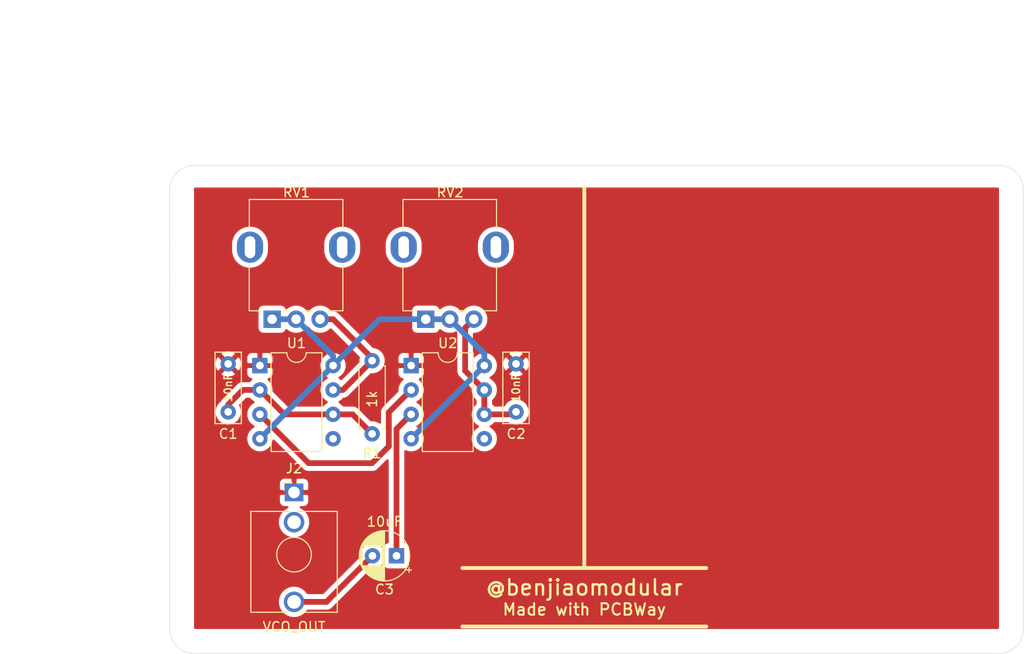
<source format=kicad_pcb>
(kicad_pcb (version 20171130) (host pcbnew 5.1.9+dfsg1-1~bpo10+1)

  (general
    (thickness 1.6)
    (drawings 15)
    (tracks 38)
    (zones 0)
    (modules 9)
    (nets 9)
  )

  (page A4)
  (layers
    (0 F.Cu signal)
    (31 B.Cu signal)
    (32 B.Adhes user)
    (33 F.Adhes user)
    (34 B.Paste user)
    (35 F.Paste user)
    (36 B.SilkS user)
    (37 F.SilkS user)
    (38 B.Mask user)
    (39 F.Mask user)
    (40 Dwgs.User user)
    (41 Cmts.User user)
    (42 Eco1.User user)
    (43 Eco2.User user)
    (44 Edge.Cuts user)
    (45 Margin user)
    (46 B.CrtYd user)
    (47 F.CrtYd user)
    (48 B.Fab user)
    (49 F.Fab user)
  )

  (setup
    (last_trace_width 0.6)
    (user_trace_width 0.4)
    (user_trace_width 0.6)
    (user_trace_width 1)
    (trace_clearance 0.2)
    (zone_clearance 0.508)
    (zone_45_only no)
    (trace_min 0.2)
    (via_size 0.8)
    (via_drill 0.4)
    (via_min_size 0.4)
    (via_min_drill 0.3)
    (uvia_size 0.3)
    (uvia_drill 0.1)
    (uvias_allowed no)
    (uvia_min_size 0.2)
    (uvia_min_drill 0.1)
    (edge_width 0.05)
    (segment_width 0.2)
    (pcb_text_width 0.3)
    (pcb_text_size 1.5 1.5)
    (mod_edge_width 0.12)
    (mod_text_size 1 1)
    (mod_text_width 0.15)
    (pad_size 1.524 1.524)
    (pad_drill 0.762)
    (pad_to_mask_clearance 0)
    (aux_axis_origin 0 0)
    (visible_elements FFFFFF7F)
    (pcbplotparams
      (layerselection 0x010fc_ffffffff)
      (usegerberextensions false)
      (usegerberattributes true)
      (usegerberadvancedattributes true)
      (creategerberjobfile true)
      (excludeedgelayer true)
      (linewidth 0.100000)
      (plotframeref false)
      (viasonmask false)
      (mode 1)
      (useauxorigin false)
      (hpglpennumber 1)
      (hpglpenspeed 20)
      (hpglpendiameter 15.000000)
      (psnegative false)
      (psa4output false)
      (plotreference true)
      (plotvalue true)
      (plotinvisibletext false)
      (padsonsilk false)
      (subtractmaskfromsilk false)
      (outputformat 1)
      (mirror false)
      (drillshape 1)
      (scaleselection 1)
      (outputdirectory ""))
  )

  (net 0 "")
  (net 1 GND)
  (net 2 "Net-(C1-Pad1)")
  (net 3 "Net-(C2-Pad1)")
  (net 4 "Net-(C3-Pad2)")
  (net 5 "Net-(C3-Pad1)")
  (net 6 "Net-(R1-Pad1)")
  (net 7 +9V)
  (net 8 "Net-(U1-Pad3)")

  (net_class Default "This is the default net class."
    (clearance 0.2)
    (trace_width 0.25)
    (via_dia 0.8)
    (via_drill 0.4)
    (uvia_dia 0.3)
    (uvia_drill 0.1)
    (add_net +9V)
    (add_net GND)
    (add_net "Net-(C1-Pad1)")
    (add_net "Net-(C2-Pad1)")
    (add_net "Net-(C3-Pad1)")
    (add_net "Net-(C3-Pad2)")
    (add_net "Net-(R1-Pad1)")
    (add_net "Net-(U1-Pad3)")
  )

  (module Package_DIP:DIP-8_W7.62mm (layer F.Cu) (tedit 5A02E8C5) (tstamp 62AFD6E5)
    (at 110.998 97.028)
    (descr "8-lead though-hole mounted DIP package, row spacing 7.62 mm (300 mils)")
    (tags "THT DIP DIL PDIP 2.54mm 7.62mm 300mil")
    (path /62B5CBA2)
    (fp_text reference U1 (at 3.81 -2.33) (layer F.SilkS)
      (effects (font (size 1 1) (thickness 0.15)))
    )
    (fp_text value NE555P (at 3.81 9.95) (layer F.Fab)
      (effects (font (size 1 1) (thickness 0.15)))
    )
    (fp_line (start 8.7 -1.55) (end -1.1 -1.55) (layer F.CrtYd) (width 0.05))
    (fp_line (start 8.7 9.15) (end 8.7 -1.55) (layer F.CrtYd) (width 0.05))
    (fp_line (start -1.1 9.15) (end 8.7 9.15) (layer F.CrtYd) (width 0.05))
    (fp_line (start -1.1 -1.55) (end -1.1 9.15) (layer F.CrtYd) (width 0.05))
    (fp_line (start 6.46 -1.33) (end 4.81 -1.33) (layer F.SilkS) (width 0.12))
    (fp_line (start 6.46 8.95) (end 6.46 -1.33) (layer F.SilkS) (width 0.12))
    (fp_line (start 1.16 8.95) (end 6.46 8.95) (layer F.SilkS) (width 0.12))
    (fp_line (start 1.16 -1.33) (end 1.16 8.95) (layer F.SilkS) (width 0.12))
    (fp_line (start 2.81 -1.33) (end 1.16 -1.33) (layer F.SilkS) (width 0.12))
    (fp_line (start 0.635 -0.27) (end 1.635 -1.27) (layer F.Fab) (width 0.1))
    (fp_line (start 0.635 8.89) (end 0.635 -0.27) (layer F.Fab) (width 0.1))
    (fp_line (start 6.985 8.89) (end 0.635 8.89) (layer F.Fab) (width 0.1))
    (fp_line (start 6.985 -1.27) (end 6.985 8.89) (layer F.Fab) (width 0.1))
    (fp_line (start 1.635 -1.27) (end 6.985 -1.27) (layer F.Fab) (width 0.1))
    (fp_arc (start 3.81 -1.33) (end 2.81 -1.33) (angle -180) (layer F.SilkS) (width 0.12))
    (fp_text user %R (at 3.81 3.81) (layer F.Fab)
      (effects (font (size 1 1) (thickness 0.15)))
    )
    (pad 1 thru_hole rect (at 0 0) (size 1.6 1.6) (drill 0.8) (layers *.Cu *.Mask)
      (net 1 GND))
    (pad 5 thru_hole oval (at 7.62 7.62) (size 1.6 1.6) (drill 0.8) (layers *.Cu *.Mask))
    (pad 2 thru_hole oval (at 0 2.54) (size 1.6 1.6) (drill 0.8) (layers *.Cu *.Mask)
      (net 2 "Net-(C1-Pad1)"))
    (pad 6 thru_hole oval (at 7.62 5.08) (size 1.6 1.6) (drill 0.8) (layers *.Cu *.Mask)
      (net 2 "Net-(C1-Pad1)"))
    (pad 3 thru_hole oval (at 0 5.08) (size 1.6 1.6) (drill 0.8) (layers *.Cu *.Mask)
      (net 8 "Net-(U1-Pad3)"))
    (pad 7 thru_hole oval (at 7.62 2.54) (size 1.6 1.6) (drill 0.8) (layers *.Cu *.Mask)
      (net 6 "Net-(R1-Pad1)"))
    (pad 4 thru_hole oval (at 0 7.62) (size 1.6 1.6) (drill 0.8) (layers *.Cu *.Mask)
      (net 7 +9V))
    (pad 8 thru_hole oval (at 7.62 0) (size 1.6 1.6) (drill 0.8) (layers *.Cu *.Mask)
      (net 7 +9V))
    (model ${KISYS3DMOD}/Package_DIP.3dshapes/DIP-8_W7.62mm.wrl
      (at (xyz 0 0 0))
      (scale (xyz 1 1 1))
      (rotate (xyz 0 0 0))
    )
  )

  (module benjiaomodular:Capacitor_Rect_L7.2mm_W2.5mm_P5.00mm (layer F.Cu) (tedit 61FE1901) (tstamp 62AFE82D)
    (at 107.696 101.854 90)
    (path /62B04357)
    (fp_text reference C1 (at -2.286 0 180) (layer F.SilkS)
      (effects (font (size 1 1) (thickness 0.15)))
    )
    (fp_text value 10nF (at 2.5 0 90) (layer F.SilkS)
      (effects (font (size 0.8 0.8) (thickness 0.15)))
    )
    (fp_line (start -1.1 1.25) (end 6.1 1.25) (layer F.Fab) (width 0.1))
    (fp_line (start -1.22 -1.37) (end -1.22 1.37) (layer F.SilkS) (width 0.12))
    (fp_line (start -1.22 1.37) (end 6.22 1.37) (layer F.SilkS) (width 0.12))
    (fp_line (start -1.22 -1.37) (end 6.22 -1.37) (layer F.SilkS) (width 0.12))
    (fp_line (start -1.1 -1.25) (end -1.1 1.25) (layer F.Fab) (width 0.1))
    (fp_line (start 6.1 1.25) (end 6.1 -1.25) (layer F.Fab) (width 0.1))
    (fp_line (start 6.1 -1.25) (end -1.1 -1.25) (layer F.Fab) (width 0.1))
    (fp_line (start -1.35 1.5) (end 6.35 1.5) (layer F.CrtYd) (width 0.05))
    (fp_line (start 6.35 1.5) (end 6.35 -1.5) (layer F.CrtYd) (width 0.05))
    (fp_line (start 6.35 -1.5) (end -1.35 -1.5) (layer F.CrtYd) (width 0.05))
    (fp_line (start 6.22 -1.37) (end 6.22 1.37) (layer F.SilkS) (width 0.12))
    (fp_line (start -1.35 -1.5) (end -1.35 1.5) (layer F.CrtYd) (width 0.05))
    (pad 2 thru_hole circle (at 5 0 90) (size 1.6 1.6) (drill 0.8) (layers *.Cu *.Mask)
      (net 1 GND))
    (pad 1 thru_hole circle (at 0 0 90) (size 1.6 1.6) (drill 0.8) (layers *.Cu *.Mask)
      (net 2 "Net-(C1-Pad1)"))
  )

  (module benjiaomodular:Capacitor_Rect_L7.2mm_W2.5mm_P5.00mm (layer F.Cu) (tedit 61FE1901) (tstamp 62AFE7FA)
    (at 137.668 101.854 90)
    (path /62B22621)
    (fp_text reference C2 (at -2.286 0 180) (layer F.SilkS)
      (effects (font (size 1 1) (thickness 0.15)))
    )
    (fp_text value 10nF (at 2.5 0 90) (layer F.SilkS)
      (effects (font (size 0.8 0.8) (thickness 0.15)))
    )
    (fp_line (start -1.35 -1.5) (end -1.35 1.5) (layer F.CrtYd) (width 0.05))
    (fp_line (start 6.22 -1.37) (end 6.22 1.37) (layer F.SilkS) (width 0.12))
    (fp_line (start 6.35 -1.5) (end -1.35 -1.5) (layer F.CrtYd) (width 0.05))
    (fp_line (start 6.35 1.5) (end 6.35 -1.5) (layer F.CrtYd) (width 0.05))
    (fp_line (start -1.35 1.5) (end 6.35 1.5) (layer F.CrtYd) (width 0.05))
    (fp_line (start 6.1 -1.25) (end -1.1 -1.25) (layer F.Fab) (width 0.1))
    (fp_line (start 6.1 1.25) (end 6.1 -1.25) (layer F.Fab) (width 0.1))
    (fp_line (start -1.1 -1.25) (end -1.1 1.25) (layer F.Fab) (width 0.1))
    (fp_line (start -1.22 -1.37) (end 6.22 -1.37) (layer F.SilkS) (width 0.12))
    (fp_line (start -1.22 1.37) (end 6.22 1.37) (layer F.SilkS) (width 0.12))
    (fp_line (start -1.22 -1.37) (end -1.22 1.37) (layer F.SilkS) (width 0.12))
    (fp_line (start -1.1 1.25) (end 6.1 1.25) (layer F.Fab) (width 0.1))
    (pad 1 thru_hole circle (at 0 0 90) (size 1.6 1.6) (drill 0.8) (layers *.Cu *.Mask)
      (net 3 "Net-(C2-Pad1)"))
    (pad 2 thru_hole circle (at 5 0 90) (size 1.6 1.6) (drill 0.8) (layers *.Cu *.Mask)
      (net 1 GND))
  )

  (module benjiaomodular:Capacitor_Radial_D5.0mm_P2.5mm (layer F.Cu) (tedit 61FE1D03) (tstamp 62AFCE00)
    (at 125.222 116.84 180)
    (path /62B2A030)
    (fp_text reference C3 (at 1.25 -3.5) (layer F.SilkS)
      (effects (font (size 1 1) (thickness 0.15)))
    )
    (fp_text value 10uF (at 1.25 3.556) (layer F.SilkS)
      (effects (font (size 1 1) (thickness 0.15)))
    )
    (fp_line (start 3.411 1.04) (end 3.411 1.443) (layer F.SilkS) (width 0.12))
    (fp_line (start 3.451 1.04) (end 3.451 1.383) (layer F.SilkS) (width 0.12))
    (fp_line (start 3.491 1.04) (end 3.491 1.319) (layer F.SilkS) (width 0.12))
    (fp_line (start 3.411 -1.443) (end 3.411 -1.04) (layer F.SilkS) (width 0.12))
    (fp_circle (center 1.25 0) (end 3.75 0) (layer F.Fab) (width 0.1))
    (fp_line (start 2.291 1.04) (end 2.291 2.365) (layer F.SilkS) (width 0.12))
    (fp_line (start 2.331 -2.348) (end 2.331 -1.04) (layer F.SilkS) (width 0.12))
    (fp_line (start 2.331 1.04) (end 2.331 2.348) (layer F.SilkS) (width 0.12))
    (fp_line (start 2.371 -2.329) (end 2.371 -1.04) (layer F.SilkS) (width 0.12))
    (fp_line (start 2.371 1.04) (end 2.371 2.329) (layer F.SilkS) (width 0.12))
    (fp_line (start 2.411 -2.31) (end 2.411 -1.04) (layer F.SilkS) (width 0.12))
    (fp_line (start 2.411 1.04) (end 2.411 2.31) (layer F.SilkS) (width 0.12))
    (fp_line (start 3.211 -1.699) (end 3.211 -1.04) (layer F.SilkS) (width 0.12))
    (fp_line (start 3.211 1.04) (end 3.211 1.699) (layer F.SilkS) (width 0.12))
    (fp_line (start 3.251 -1.653) (end 3.251 -1.04) (layer F.SilkS) (width 0.12))
    (fp_line (start 3.251 1.04) (end 3.251 1.653) (layer F.SilkS) (width 0.12))
    (fp_line (start 2.451 -2.29) (end 2.451 -1.04) (layer F.SilkS) (width 0.12))
    (fp_line (start 2.451 1.04) (end 2.451 2.29) (layer F.SilkS) (width 0.12))
    (fp_line (start 2.491 -2.268) (end 2.491 -1.04) (layer F.SilkS) (width 0.12))
    (fp_line (start 2.491 1.04) (end 2.491 2.268) (layer F.SilkS) (width 0.12))
    (fp_line (start 2.531 -2.247) (end 2.531 -1.04) (layer F.SilkS) (width 0.12))
    (fp_line (start 2.531 1.04) (end 2.531 2.247) (layer F.SilkS) (width 0.12))
    (fp_line (start 2.571 -2.224) (end 2.571 -1.04) (layer F.SilkS) (width 0.12))
    (fp_line (start 1.41 -2.576) (end 1.41 2.576) (layer F.SilkS) (width 0.12))
    (fp_line (start 1.45 -2.573) (end 1.45 2.573) (layer F.SilkS) (width 0.12))
    (fp_line (start 1.49 -2.569) (end 1.49 -1.04) (layer F.SilkS) (width 0.12))
    (fp_line (start 1.49 1.04) (end 1.49 2.569) (layer F.SilkS) (width 0.12))
    (fp_line (start 1.53 -2.565) (end 1.53 -1.04) (layer F.SilkS) (width 0.12))
    (fp_line (start 1.53 1.04) (end 1.53 2.565) (layer F.SilkS) (width 0.12))
    (fp_line (start 1.57 -2.561) (end 1.57 -1.04) (layer F.SilkS) (width 0.12))
    (fp_line (start 1.57 1.04) (end 1.57 2.561) (layer F.SilkS) (width 0.12))
    (fp_line (start 1.61 -2.556) (end 1.61 -1.04) (layer F.SilkS) (width 0.12))
    (fp_line (start 1.61 1.04) (end 1.61 2.556) (layer F.SilkS) (width 0.12))
    (fp_line (start 1.65 -2.55) (end 1.65 -1.04) (layer F.SilkS) (width 0.12))
    (fp_line (start 1.65 1.04) (end 1.65 2.55) (layer F.SilkS) (width 0.12))
    (fp_line (start 1.69 -2.543) (end 1.69 -1.04) (layer F.SilkS) (width 0.12))
    (fp_line (start 1.69 1.04) (end 1.69 2.543) (layer F.SilkS) (width 0.12))
    (fp_line (start 1.73 -2.536) (end 1.73 -1.04) (layer F.SilkS) (width 0.12))
    (fp_line (start 1.89 -2.501) (end 1.89 -1.04) (layer F.SilkS) (width 0.12))
    (fp_line (start 1.89 1.04) (end 1.89 2.501) (layer F.SilkS) (width 0.12))
    (fp_line (start 1.93 -2.491) (end 1.93 -1.04) (layer F.SilkS) (width 0.12))
    (fp_line (start 1.93 1.04) (end 1.93 2.491) (layer F.SilkS) (width 0.12))
    (fp_line (start 1.971 -2.48) (end 1.971 -1.04) (layer F.SilkS) (width 0.12))
    (fp_line (start 1.971 1.04) (end 1.971 2.48) (layer F.SilkS) (width 0.12))
    (fp_line (start 2.011 -2.468) (end 2.011 -1.04) (layer F.SilkS) (width 0.12))
    (fp_line (start 2.851 1.04) (end 2.851 2.035) (layer F.SilkS) (width 0.12))
    (fp_line (start 2.891 -2.004) (end 2.891 -1.04) (layer F.SilkS) (width 0.12))
    (fp_line (start 2.891 1.04) (end 2.891 2.004) (layer F.SilkS) (width 0.12))
    (fp_line (start 2.931 -1.971) (end 2.931 -1.04) (layer F.SilkS) (width 0.12))
    (fp_line (start 2.931 1.04) (end 2.931 1.971) (layer F.SilkS) (width 0.12))
    (fp_line (start 2.971 -1.937) (end 2.971 -1.04) (layer F.SilkS) (width 0.12))
    (fp_line (start 2.971 1.04) (end 2.971 1.937) (layer F.SilkS) (width 0.12))
    (fp_line (start 2.731 -2.122) (end 2.731 -1.04) (layer F.SilkS) (width 0.12))
    (fp_line (start 2.731 1.04) (end 2.731 2.122) (layer F.SilkS) (width 0.12))
    (fp_line (start 2.771 -2.095) (end 2.771 -1.04) (layer F.SilkS) (width 0.12))
    (fp_line (start 2.771 1.04) (end 2.771 2.095) (layer F.SilkS) (width 0.12))
    (fp_line (start 2.811 -2.065) (end 2.811 -1.04) (layer F.SilkS) (width 0.12))
    (fp_line (start 2.811 1.04) (end 2.811 2.065) (layer F.SilkS) (width 0.12))
    (fp_line (start 2.851 -2.035) (end 2.851 -1.04) (layer F.SilkS) (width 0.12))
    (fp_line (start 1.73 1.04) (end 1.73 2.536) (layer F.SilkS) (width 0.12))
    (fp_line (start 1.77 -2.528) (end 1.77 -1.04) (layer F.SilkS) (width 0.12))
    (fp_line (start 1.77 1.04) (end 1.77 2.528) (layer F.SilkS) (width 0.12))
    (fp_line (start 1.81 -2.52) (end 1.81 -1.04) (layer F.SilkS) (width 0.12))
    (fp_line (start 1.81 1.04) (end 1.81 2.52) (layer F.SilkS) (width 0.12))
    (fp_line (start 1.85 -2.511) (end 1.85 -1.04) (layer F.SilkS) (width 0.12))
    (fp_line (start 1.85 1.04) (end 1.85 2.511) (layer F.SilkS) (width 0.12))
    (fp_line (start 3.451 -1.383) (end 3.451 -1.04) (layer F.SilkS) (width 0.12))
    (fp_line (start 2.171 -2.414) (end 2.171 -1.04) (layer F.SilkS) (width 0.12))
    (fp_line (start 2.171 1.04) (end 2.171 2.414) (layer F.SilkS) (width 0.12))
    (fp_line (start 2.211 -2.398) (end 2.211 -1.04) (layer F.SilkS) (width 0.12))
    (fp_line (start 2.211 1.04) (end 2.211 2.398) (layer F.SilkS) (width 0.12))
    (fp_line (start 2.251 -2.382) (end 2.251 -1.04) (layer F.SilkS) (width 0.12))
    (fp_line (start 2.251 1.04) (end 2.251 2.382) (layer F.SilkS) (width 0.12))
    (fp_line (start 2.291 -2.365) (end 2.291 -1.04) (layer F.SilkS) (width 0.12))
    (fp_line (start 3.731 -0.805) (end 3.731 0.805) (layer F.SilkS) (width 0.12))
    (fp_line (start 3.771 -0.677) (end 3.771 0.677) (layer F.SilkS) (width 0.12))
    (fp_line (start 3.811 -0.518) (end 3.811 0.518) (layer F.SilkS) (width 0.12))
    (fp_line (start 2.011 1.04) (end 2.011 2.468) (layer F.SilkS) (width 0.12))
    (fp_line (start 2.051 -2.455) (end 2.051 -1.04) (layer F.SilkS) (width 0.12))
    (fp_line (start 2.051 1.04) (end 2.051 2.455) (layer F.SilkS) (width 0.12))
    (fp_line (start 2.091 -2.442) (end 2.091 -1.04) (layer F.SilkS) (width 0.12))
    (fp_line (start 2.091 1.04) (end 2.091 2.442) (layer F.SilkS) (width 0.12))
    (fp_line (start 2.131 -2.428) (end 2.131 -1.04) (layer F.SilkS) (width 0.12))
    (fp_line (start 2.131 1.04) (end 2.131 2.428) (layer F.SilkS) (width 0.12))
    (fp_line (start 3.531 1.04) (end 3.531 1.251) (layer F.SilkS) (width 0.12))
    (fp_line (start 3.131 -1.785) (end 3.131 -1.04) (layer F.SilkS) (width 0.12))
    (fp_line (start 3.131 1.04) (end 3.131 1.785) (layer F.SilkS) (width 0.12))
    (fp_line (start 3.171 -1.743) (end 3.171 -1.04) (layer F.SilkS) (width 0.12))
    (fp_line (start 3.171 1.04) (end 3.171 1.743) (layer F.SilkS) (width 0.12))
    (fp_line (start 3.851 -0.284) (end 3.851 0.284) (layer F.SilkS) (width 0.12))
    (fp_line (start -1.304775 -1.725) (end -1.304775 -1.225) (layer F.SilkS) (width 0.12))
    (fp_line (start -1.554775 -1.475) (end -1.054775 -1.475) (layer F.SilkS) (width 0.12))
    (fp_line (start 3.571 -1.178) (end 3.571 1.178) (layer F.SilkS) (width 0.12))
    (fp_circle (center 1.25 0) (end 3.87 0) (layer F.SilkS) (width 0.12))
    (fp_circle (center 1.25 0) (end 4 0) (layer F.CrtYd) (width 0.05))
    (fp_line (start -0.883605 -1.0875) (end -0.383605 -1.0875) (layer F.Fab) (width 0.1))
    (fp_line (start -0.633605 -1.3375) (end -0.633605 -0.8375) (layer F.Fab) (width 0.1))
    (fp_line (start 1.25 -2.58) (end 1.25 2.58) (layer F.SilkS) (width 0.12))
    (fp_line (start 1.29 -2.58) (end 1.29 2.58) (layer F.SilkS) (width 0.12))
    (fp_line (start 1.33 -2.579) (end 1.33 2.579) (layer F.SilkS) (width 0.12))
    (fp_line (start 1.37 -2.578) (end 1.37 2.578) (layer F.SilkS) (width 0.12))
    (fp_line (start 3.371 -1.5) (end 3.371 -1.04) (layer F.SilkS) (width 0.12))
    (fp_line (start 3.371 1.04) (end 3.371 1.5) (layer F.SilkS) (width 0.12))
    (fp_line (start 2.571 1.04) (end 2.571 2.224) (layer F.SilkS) (width 0.12))
    (fp_line (start 2.611 -2.2) (end 2.611 -1.04) (layer F.SilkS) (width 0.12))
    (fp_line (start 2.611 1.04) (end 2.611 2.2) (layer F.SilkS) (width 0.12))
    (fp_line (start 2.651 -2.175) (end 2.651 -1.04) (layer F.SilkS) (width 0.12))
    (fp_line (start 2.651 1.04) (end 2.651 2.175) (layer F.SilkS) (width 0.12))
    (fp_line (start 2.691 -2.149) (end 2.691 -1.04) (layer F.SilkS) (width 0.12))
    (fp_line (start 2.691 1.04) (end 2.691 2.149) (layer F.SilkS) (width 0.12))
    (fp_line (start 3.291 -1.605) (end 3.291 -1.04) (layer F.SilkS) (width 0.12))
    (fp_line (start 3.291 1.04) (end 3.291 1.605) (layer F.SilkS) (width 0.12))
    (fp_line (start 3.691 -0.915) (end 3.691 0.915) (layer F.SilkS) (width 0.12))
    (fp_line (start 3.531 -1.251) (end 3.531 -1.04) (layer F.SilkS) (width 0.12))
    (fp_line (start 3.491 -1.319) (end 3.491 -1.04) (layer F.SilkS) (width 0.12))
    (fp_line (start 3.651 -1.011) (end 3.651 1.011) (layer F.SilkS) (width 0.12))
    (fp_line (start 3.331 -1.554) (end 3.331 -1.04) (layer F.SilkS) (width 0.12))
    (fp_line (start 3.331 1.04) (end 3.331 1.554) (layer F.SilkS) (width 0.12))
    (fp_line (start 3.611 -1.098) (end 3.611 1.098) (layer F.SilkS) (width 0.12))
    (fp_line (start 3.011 -1.901) (end 3.011 -1.04) (layer F.SilkS) (width 0.12))
    (fp_line (start 3.011 1.04) (end 3.011 1.901) (layer F.SilkS) (width 0.12))
    (fp_line (start 3.051 -1.864) (end 3.051 -1.04) (layer F.SilkS) (width 0.12))
    (fp_line (start 3.051 1.04) (end 3.051 1.864) (layer F.SilkS) (width 0.12))
    (fp_line (start 3.091 -1.826) (end 3.091 -1.04) (layer F.SilkS) (width 0.12))
    (fp_line (start 3.091 1.04) (end 3.091 1.826) (layer F.SilkS) (width 0.12))
    (pad 2 thru_hole circle (at 2.5 0 180) (size 1.6 1.6) (drill 0.8) (layers *.Cu *.Mask)
      (net 4 "Net-(C3-Pad2)"))
    (pad 1 thru_hole rect (at 0 0 180) (size 1.6 1.6) (drill 0.8) (layers *.Cu *.Mask)
      (net 5 "Net-(C3-Pad1)"))
  )

  (module benjiaomodular:AudioJack_3.5mm (layer F.Cu) (tedit 61FE191A) (tstamp 62AFCE22)
    (at 114.554 110.236)
    (path /62B2D656)
    (fp_text reference J2 (at 0 -2.5) (layer F.SilkS)
      (effects (font (size 1 1) (thickness 0.15)))
    )
    (fp_text value VCO_OUT (at 0 14) (layer F.SilkS)
      (effects (font (size 1 1) (thickness 0.15)))
    )
    (fp_line (start -1.06 -1) (end -1.06 -0.2) (layer F.SilkS) (width 0.12))
    (fp_circle (center 0 6.48) (end 1.5 6.48) (layer Dwgs.User) (width 0.12))
    (fp_line (start -1.42 6.875) (end 0.4 5.06) (layer Dwgs.User) (width 0.12))
    (fp_line (start 4.5 1.98) (end 4.5 12.48) (layer F.SilkS) (width 0.12))
    (fp_line (start -4.5 12.48) (end -4.5 2.08) (layer F.Fab) (width 0.1))
    (fp_line (start -0.58 7.83) (end 1.36 5.89) (layer Dwgs.User) (width 0.12))
    (fp_line (start 4.5 1.98) (end 0.35 1.98) (layer F.SilkS) (width 0.12))
    (fp_line (start 0.09 7.96) (end 1.48 6.57) (layer Dwgs.User) (width 0.12))
    (fp_line (start -0.35 1.98) (end -4.5 1.98) (layer F.SilkS) (width 0.12))
    (fp_line (start 5 12.98) (end 5 -1.42) (layer F.CrtYd) (width 0.05))
    (fp_circle (center 0 6.48) (end 1.8 6.48) (layer F.SilkS) (width 0.12))
    (fp_line (start -4.5 1.98) (end -4.5 12.48) (layer F.SilkS) (width 0.12))
    (fp_line (start 4.5 12.48) (end 0.5 12.48) (layer F.SilkS) (width 0.12))
    (fp_line (start -1.41 6.02) (end -0.46 5.07) (layer Dwgs.User) (width 0.12))
    (fp_line (start -0.5 12.48) (end -4.5 12.48) (layer F.SilkS) (width 0.12))
    (fp_line (start -1.06 -1) (end -0.2 -1) (layer F.SilkS) (width 0.12))
    (fp_line (start -1.07 7.49) (end 1.01 5.41) (layer Dwgs.User) (width 0.12))
    (fp_line (start -5 12.98) (end -5 -1.42) (layer F.CrtYd) (width 0.05))
    (fp_line (start 4.5 12.48) (end 4.5 2.08) (layer F.Fab) (width 0.1))
    (fp_line (start 4.5 12.48) (end -4.5 12.48) (layer F.Fab) (width 0.1))
    (fp_line (start 4.5 2.03) (end -4.5 2.03) (layer F.Fab) (width 0.1))
    (fp_circle (center 0 6.48) (end 1.8 6.48) (layer F.Fab) (width 0.1))
    (fp_line (start 0 0) (end 0 2.03) (layer F.Fab) (width 0.1))
    (fp_line (start 5 12.98) (end -5 12.98) (layer F.CrtYd) (width 0.05))
    (fp_line (start 5 -1.42) (end -5 -1.42) (layer F.CrtYd) (width 0.05))
    (fp_text user KEEPOUT (at 0 6.48) (layer Cmts.User)
      (effects (font (size 0.4 0.4) (thickness 0.051)))
    )
    (fp_text user %R (at 0 8 180) (layer F.Fab)
      (effects (font (size 1 1) (thickness 0.15)))
    )
    (pad S thru_hole rect (at 0 0 180) (size 1.93 1.83) (drill 1.22) (layers *.Cu *.Mask)
      (net 1 GND))
    (pad TN thru_hole circle (at 0 3.1 180) (size 2.13 2.13) (drill 1.42) (layers *.Cu *.Mask))
    (pad T thru_hole circle (at 0 11.4 180) (size 2.13 2.13) (drill 1.43) (layers *.Cu *.Mask)
      (net 4 "Net-(C3-Pad2)"))
  )

  (module benjiaomodular:Resistor_L6.3mm_D2.5mm_P7.62mm_Horizontal (layer F.Cu) (tedit 61FE1B44) (tstamp 62AFCE38)
    (at 122.682 96.52 270)
    (path /62AFCCAB)
    (fp_text reference R1 (at 9.652 0 180) (layer F.SilkS)
      (effects (font (size 1 1) (thickness 0.15)))
    )
    (fp_text value 1k (at 4 0 90) (layer F.SilkS)
      (effects (font (size 1 1) (thickness 0.15)))
    )
    (fp_line (start 0.66 1.25) (end 6.96 1.25) (layer F.Fab) (width 0.1))
    (fp_line (start 0.54 -1.37) (end 7.08 -1.37) (layer F.SilkS) (width 0.12))
    (fp_line (start 0.54 -1.04) (end 0.54 -1.37) (layer F.SilkS) (width 0.12))
    (fp_line (start 7.62 0) (end 6.96 0) (layer F.Fab) (width 0.1))
    (fp_line (start 0 0) (end 0.66 0) (layer F.Fab) (width 0.1))
    (fp_line (start 0.54 1.37) (end 7.08 1.37) (layer F.SilkS) (width 0.12))
    (fp_line (start 7.08 1.37) (end 7.08 1.04) (layer F.SilkS) (width 0.12))
    (fp_line (start -1.05 -1.5) (end -1.05 1.5) (layer F.CrtYd) (width 0.05))
    (fp_line (start 8.67 -1.5) (end -1.05 -1.5) (layer F.CrtYd) (width 0.05))
    (fp_line (start 6.96 -1.25) (end 0.66 -1.25) (layer F.Fab) (width 0.1))
    (fp_line (start -1.05 1.5) (end 8.67 1.5) (layer F.CrtYd) (width 0.05))
    (fp_line (start 8.67 1.5) (end 8.67 -1.5) (layer F.CrtYd) (width 0.05))
    (fp_line (start 6.96 1.25) (end 6.96 -1.25) (layer F.Fab) (width 0.1))
    (fp_line (start 0.54 1.04) (end 0.54 1.37) (layer F.SilkS) (width 0.12))
    (fp_line (start 7.08 -1.37) (end 7.08 -1.04) (layer F.SilkS) (width 0.12))
    (fp_line (start 0.66 -1.25) (end 0.66 1.25) (layer F.Fab) (width 0.1))
    (pad 2 thru_hole oval (at 7.62 0 270) (size 1.6 1.6) (drill 0.8) (layers *.Cu *.Mask)
      (net 2 "Net-(C1-Pad1)"))
    (pad 1 thru_hole circle (at 0 0 270) (size 1.6 1.6) (drill 0.8) (layers *.Cu *.Mask)
      (net 6 "Net-(R1-Pad1)"))
  )

  (module benjiaomodular:Potentiometer_RV09 (layer F.Cu) (tedit 61FE1A38) (tstamp 62AFCE53)
    (at 112.268 92.202 90)
    (path /62B0E02F)
    (fp_text reference RV1 (at 13.208 2.54 180) (layer F.SilkS)
      (effects (font (size 1 1) (thickness 0.15)))
    )
    (fp_text value 500k (at 7.5 10 90) (layer F.Fab)
      (effects (font (size 1 1) (thickness 0.15)))
    )
    (fp_circle (center 7.5 2.5) (end 7.5 -1) (layer F.Fab) (width 0.1))
    (fp_line (start 1 -2.25) (end 12.35 -2.25) (layer F.Fab) (width 0.1))
    (fp_line (start 1 7.25) (end 1 -2.25) (layer F.Fab) (width 0.1))
    (fp_line (start 0.88 7.37) (end 5.6 7.37) (layer F.SilkS) (width 0.12))
    (fp_line (start 0.88 7.37) (end 0.88 5.88) (layer F.SilkS) (width 0.12))
    (fp_line (start 12.6 -3.91) (end -1.15 -3.91) (layer F.CrtYd) (width 0.05))
    (fp_line (start 0.88 4.16) (end 0.88 3.33) (layer F.SilkS) (width 0.12))
    (fp_line (start -1.15 8.91) (end 12.6 8.91) (layer F.CrtYd) (width 0.05))
    (fp_line (start 0.88 -1.19) (end 0.88 -2.37) (layer F.SilkS) (width 0.12))
    (fp_line (start 12.47 7.37) (end 12.47 -2.37) (layer F.SilkS) (width 0.12))
    (fp_line (start 9.41 7.37) (end 12.47 7.37) (layer F.SilkS) (width 0.12))
    (fp_line (start 0.88 -2.38) (end 5.6 -2.38) (layer F.SilkS) (width 0.12))
    (fp_line (start 9.41 -2.37) (end 12.47 -2.37) (layer F.SilkS) (width 0.12))
    (fp_line (start -1.15 -3.91) (end -1.15 8.91) (layer F.CrtYd) (width 0.05))
    (fp_line (start 12.35 7.25) (end 12.35 -2.25) (layer F.Fab) (width 0.1))
    (fp_line (start 12.6 8.91) (end 12.6 -3.91) (layer F.CrtYd) (width 0.05))
    (fp_line (start 1 7.25) (end 12.35 7.25) (layer F.Fab) (width 0.1))
    (fp_line (start 0.88 1.71) (end 0.88 1.18) (layer F.SilkS) (width 0.12))
    (pad 1 thru_hole rect (at 0 0 180) (size 1.8 1.8) (drill 1) (layers *.Cu *.Mask)
      (net 7 +9V))
    (pad 3 thru_hole circle (at 0 5 180) (size 1.8 1.8) (drill 1) (layers *.Cu *.Mask)
      (net 6 "Net-(R1-Pad1)"))
    (pad 2 thru_hole circle (at 0 2.5 180) (size 1.8 1.8) (drill 1) (layers *.Cu *.Mask)
      (net 7 +9V))
    (pad "" thru_hole oval (at 7.5 7.3 180) (size 2.72 3.24) (drill oval 1.1 2.3) (layers *.Cu *.Mask))
    (pad "" thru_hole oval (at 7.5 -2.3 180) (size 2.72 3.24) (drill oval 1.1 2.3) (layers *.Cu *.Mask))
  )

  (module benjiaomodular:Potentiometer_RV09 (layer F.Cu) (tedit 61FE1A38) (tstamp 62AFCE6E)
    (at 128.27 92.202 90)
    (path /62B2564B)
    (fp_text reference RV2 (at 13.208 2.54 180) (layer F.SilkS)
      (effects (font (size 1 1) (thickness 0.15)))
    )
    (fp_text value 500k (at 7.5 10 90) (layer F.Fab)
      (effects (font (size 1 1) (thickness 0.15)))
    )
    (fp_line (start 0.88 1.71) (end 0.88 1.18) (layer F.SilkS) (width 0.12))
    (fp_line (start 1 7.25) (end 12.35 7.25) (layer F.Fab) (width 0.1))
    (fp_line (start 12.6 8.91) (end 12.6 -3.91) (layer F.CrtYd) (width 0.05))
    (fp_line (start 12.35 7.25) (end 12.35 -2.25) (layer F.Fab) (width 0.1))
    (fp_line (start -1.15 -3.91) (end -1.15 8.91) (layer F.CrtYd) (width 0.05))
    (fp_line (start 9.41 -2.37) (end 12.47 -2.37) (layer F.SilkS) (width 0.12))
    (fp_line (start 0.88 -2.38) (end 5.6 -2.38) (layer F.SilkS) (width 0.12))
    (fp_line (start 9.41 7.37) (end 12.47 7.37) (layer F.SilkS) (width 0.12))
    (fp_line (start 12.47 7.37) (end 12.47 -2.37) (layer F.SilkS) (width 0.12))
    (fp_line (start 0.88 -1.19) (end 0.88 -2.37) (layer F.SilkS) (width 0.12))
    (fp_line (start -1.15 8.91) (end 12.6 8.91) (layer F.CrtYd) (width 0.05))
    (fp_line (start 0.88 4.16) (end 0.88 3.33) (layer F.SilkS) (width 0.12))
    (fp_line (start 12.6 -3.91) (end -1.15 -3.91) (layer F.CrtYd) (width 0.05))
    (fp_line (start 0.88 7.37) (end 0.88 5.88) (layer F.SilkS) (width 0.12))
    (fp_line (start 0.88 7.37) (end 5.6 7.37) (layer F.SilkS) (width 0.12))
    (fp_line (start 1 7.25) (end 1 -2.25) (layer F.Fab) (width 0.1))
    (fp_line (start 1 -2.25) (end 12.35 -2.25) (layer F.Fab) (width 0.1))
    (fp_circle (center 7.5 2.5) (end 7.5 -1) (layer F.Fab) (width 0.1))
    (pad "" thru_hole oval (at 7.5 -2.3 180) (size 2.72 3.24) (drill oval 1.1 2.3) (layers *.Cu *.Mask))
    (pad "" thru_hole oval (at 7.5 7.3 180) (size 2.72 3.24) (drill oval 1.1 2.3) (layers *.Cu *.Mask))
    (pad 2 thru_hole circle (at 0 2.5 180) (size 1.8 1.8) (drill 1) (layers *.Cu *.Mask)
      (net 7 +9V))
    (pad 3 thru_hole circle (at 0 5 180) (size 1.8 1.8) (drill 1) (layers *.Cu *.Mask)
      (net 3 "Net-(C2-Pad1)"))
    (pad 1 thru_hole rect (at 0 0 180) (size 1.8 1.8) (drill 1) (layers *.Cu *.Mask)
      (net 7 +9V))
  )

  (module Package_DIP:DIP-8_W7.62mm (layer F.Cu) (tedit 5A02E8C5) (tstamp 62AFD701)
    (at 126.746 97.028)
    (descr "8-lead though-hole mounted DIP package, row spacing 7.62 mm (300 mils)")
    (tags "THT DIP DIL PDIP 2.54mm 7.62mm 300mil")
    (path /62B60BEA)
    (fp_text reference U2 (at 3.81 -2.33) (layer F.SilkS)
      (effects (font (size 1 1) (thickness 0.15)))
    )
    (fp_text value NE555P (at 3.81 9.95) (layer F.Fab)
      (effects (font (size 1 1) (thickness 0.15)))
    )
    (fp_text user %R (at 3.81 3.81) (layer F.Fab)
      (effects (font (size 1 1) (thickness 0.15)))
    )
    (fp_arc (start 3.81 -1.33) (end 2.81 -1.33) (angle -180) (layer F.SilkS) (width 0.12))
    (fp_line (start 1.635 -1.27) (end 6.985 -1.27) (layer F.Fab) (width 0.1))
    (fp_line (start 6.985 -1.27) (end 6.985 8.89) (layer F.Fab) (width 0.1))
    (fp_line (start 6.985 8.89) (end 0.635 8.89) (layer F.Fab) (width 0.1))
    (fp_line (start 0.635 8.89) (end 0.635 -0.27) (layer F.Fab) (width 0.1))
    (fp_line (start 0.635 -0.27) (end 1.635 -1.27) (layer F.Fab) (width 0.1))
    (fp_line (start 2.81 -1.33) (end 1.16 -1.33) (layer F.SilkS) (width 0.12))
    (fp_line (start 1.16 -1.33) (end 1.16 8.95) (layer F.SilkS) (width 0.12))
    (fp_line (start 1.16 8.95) (end 6.46 8.95) (layer F.SilkS) (width 0.12))
    (fp_line (start 6.46 8.95) (end 6.46 -1.33) (layer F.SilkS) (width 0.12))
    (fp_line (start 6.46 -1.33) (end 4.81 -1.33) (layer F.SilkS) (width 0.12))
    (fp_line (start -1.1 -1.55) (end -1.1 9.15) (layer F.CrtYd) (width 0.05))
    (fp_line (start -1.1 9.15) (end 8.7 9.15) (layer F.CrtYd) (width 0.05))
    (fp_line (start 8.7 9.15) (end 8.7 -1.55) (layer F.CrtYd) (width 0.05))
    (fp_line (start 8.7 -1.55) (end -1.1 -1.55) (layer F.CrtYd) (width 0.05))
    (pad 8 thru_hole oval (at 7.62 0) (size 1.6 1.6) (drill 0.8) (layers *.Cu *.Mask)
      (net 7 +9V))
    (pad 4 thru_hole oval (at 0 7.62) (size 1.6 1.6) (drill 0.8) (layers *.Cu *.Mask)
      (net 7 +9V))
    (pad 7 thru_hole oval (at 7.62 2.54) (size 1.6 1.6) (drill 0.8) (layers *.Cu *.Mask)
      (net 3 "Net-(C2-Pad1)"))
    (pad 3 thru_hole oval (at 0 5.08) (size 1.6 1.6) (drill 0.8) (layers *.Cu *.Mask)
      (net 5 "Net-(C3-Pad1)"))
    (pad 6 thru_hole oval (at 7.62 5.08) (size 1.6 1.6) (drill 0.8) (layers *.Cu *.Mask)
      (net 3 "Net-(C2-Pad1)"))
    (pad 2 thru_hole oval (at 0 2.54) (size 1.6 1.6) (drill 0.8) (layers *.Cu *.Mask)
      (net 8 "Net-(U1-Pad3)"))
    (pad 5 thru_hole oval (at 7.62 7.62) (size 1.6 1.6) (drill 0.8) (layers *.Cu *.Mask))
    (pad 1 thru_hole rect (at 0 0) (size 1.6 1.6) (drill 0.8) (layers *.Cu *.Mask)
      (net 1 GND))
    (model ${KISYS3DMOD}/Package_DIP.3dshapes/DIP-8_W7.62mm.wrl
      (at (xyz 0 0 0))
      (scale (xyz 1 1 1))
      (rotate (xyz 0 0 0))
    )
  )

  (gr_line (start 132.08 124.206) (end 157.48 124.206) (layer F.SilkS) (width 0.4) (tstamp 62B007B1))
  (gr_line (start 132.08 118.11) (end 157.48 118.11) (layer F.SilkS) (width 0.4) (tstamp 62B007A0))
  (gr_line (start 144.78 118.11) (end 144.78 78.486) (layer F.SilkS) (width 0.4))
  (gr_text "Made with PCBWay" (at 144.78 122.428) (layer F.SilkS) (tstamp 62AFC85F)
    (effects (font (size 1.2 1.2) (thickness 0.2)))
  )
  (gr_text @benjiaomodular (at 144.78 120.142) (layer F.SilkS) (tstamp 62AFC870)
    (effects (font (size 1.6 1.6) (thickness 0.25)))
  )
  (gr_arc (start 187.96 78.74) (end 190.5 78.74) (angle -90) (layer Edge.Cuts) (width 0.05))
  (gr_arc (start 187.96 124.46) (end 187.96 127) (angle -90) (layer Edge.Cuts) (width 0.05))
  (gr_arc (start 104.14 124.46) (end 101.6 124.46) (angle -90) (layer Edge.Cuts) (width 0.05))
  (gr_arc (start 104.14 78.74) (end 103.886 76.2) (angle -84.28940686) (layer Edge.Cuts) (width 0.05))
  (gr_line (start 187.96 76.2) (end 103.886 76.2) (layer Edge.Cuts) (width 0.05) (tstamp 62AFC476))
  (gr_line (start 190.5 78.74) (end 190.5 124.46) (layer Edge.Cuts) (width 0.05) (tstamp 62AFC475))
  (gr_line (start 104.14 127) (end 187.96 127) (layer Edge.Cuts) (width 0.05))
  (gr_line (start 101.587332 78.74) (end 101.6 124.46) (layer Edge.Cuts) (width 0.05))
  (dimension 50.8 (width 0.15) (layer Dwgs.User)
    (gr_text "50.800 mm" (at 87.6 101.6 270) (layer Dwgs.User)
      (effects (font (size 1 1) (thickness 0.15)))
    )
    (feature1 (pts (xy 101.6 127) (xy 88.313579 127)))
    (feature2 (pts (xy 101.6 76.2) (xy 88.313579 76.2)))
    (crossbar (pts (xy 88.9 76.2) (xy 88.9 127)))
    (arrow1a (pts (xy 88.9 127) (xy 88.313579 125.873496)))
    (arrow1b (pts (xy 88.9 127) (xy 89.486421 125.873496)))
    (arrow2a (pts (xy 88.9 76.2) (xy 88.313579 77.326504)))
    (arrow2b (pts (xy 88.9 76.2) (xy 89.486421 77.326504)))
  )
  (dimension 88.9 (width 0.15) (layer Dwgs.User)
    (gr_text "88.900 mm" (at 146.05 59.66) (layer Dwgs.User)
      (effects (font (size 1 1) (thickness 0.15)))
    )
    (feature1 (pts (xy 190.5 76.2) (xy 190.5 60.373579)))
    (feature2 (pts (xy 101.6 76.2) (xy 101.6 60.373579)))
    (crossbar (pts (xy 101.6 60.96) (xy 190.5 60.96)))
    (arrow1a (pts (xy 190.5 60.96) (xy 189.373496 61.546421)))
    (arrow1b (pts (xy 190.5 60.96) (xy 189.373496 60.373579)))
    (arrow2a (pts (xy 101.6 60.96) (xy 102.726504 61.546421)))
    (arrow2b (pts (xy 101.6 60.96) (xy 102.726504 60.373579)))
  )

  (segment (start 120.65 102.108) (end 122.682 104.14) (width 0.6) (layer F.Cu) (net 2))
  (segment (start 118.618 102.108) (end 120.65 102.108) (width 0.6) (layer F.Cu) (net 2))
  (segment (start 113.538 102.108) (end 118.618 102.108) (width 0.6) (layer F.Cu) (net 2))
  (segment (start 110.998 99.568) (end 113.538 102.108) (width 0.6) (layer F.Cu) (net 2))
  (segment (start 109.22 99.568) (end 110.998 99.568) (width 0.6) (layer F.Cu) (net 2))
  (segment (start 107.696 101.854) (end 107.696 101.092) (width 0.6) (layer F.Cu) (net 2))
  (segment (start 107.696 101.092) (end 109.22 99.568) (width 0.6) (layer F.Cu) (net 2))
  (segment (start 132.370001 93.101999) (end 132.370001 97.572001) (width 0.6) (layer F.Cu) (net 3))
  (segment (start 132.370001 97.572001) (end 134.366 99.568) (width 0.6) (layer F.Cu) (net 3))
  (segment (start 133.27 92.202) (end 132.370001 93.101999) (width 0.6) (layer F.Cu) (net 3))
  (segment (start 134.366 99.568) (end 134.366 102.108) (width 0.6) (layer F.Cu) (net 3))
  (segment (start 137.414 102.108) (end 137.668 101.854) (width 0.6) (layer F.Cu) (net 3))
  (segment (start 134.366 102.108) (end 137.414 102.108) (width 0.6) (layer F.Cu) (net 3))
  (segment (start 117.926 121.636) (end 122.722 116.84) (width 0.6) (layer F.Cu) (net 4))
  (segment (start 114.554 121.636) (end 117.926 121.636) (width 0.6) (layer F.Cu) (net 4))
  (segment (start 125.222 103.632) (end 125.222 116.84) (width 0.6) (layer F.Cu) (net 5))
  (segment (start 126.746 102.108) (end 125.222 103.632) (width 0.6) (layer F.Cu) (net 5))
  (segment (start 122.682 96.266) (end 122.682 96.52) (width 0.6) (layer F.Cu) (net 6))
  (segment (start 117.268 92.202) (end 118.618 92.202) (width 0.6) (layer F.Cu) (net 6))
  (segment (start 118.618 92.202) (end 122.682 96.266) (width 0.6) (layer F.Cu) (net 6))
  (segment (start 119.634 99.568) (end 118.618 99.568) (width 0.6) (layer F.Cu) (net 6))
  (segment (start 122.682 96.52) (end 119.634 99.568) (width 0.6) (layer F.Cu) (net 6))
  (segment (start 112.268 92.202) (end 114.768 92.202) (width 0.6) (layer B.Cu) (net 7))
  (segment (start 118.618 97.028) (end 110.998 104.648) (width 0.6) (layer B.Cu) (net 7))
  (segment (start 134.366 95.798) (end 134.366 97.028) (width 0.6) (layer B.Cu) (net 7))
  (segment (start 130.77 92.202) (end 134.366 95.798) (width 0.6) (layer B.Cu) (net 7))
  (segment (start 123.444 92.202) (end 130.77 92.202) (width 0.6) (layer B.Cu) (net 7))
  (segment (start 118.618 97.028) (end 123.444 92.202) (width 0.6) (layer B.Cu) (net 7))
  (segment (start 118.618 96.012) (end 118.618 97.028) (width 0.6) (layer B.Cu) (net 7))
  (segment (start 117.348 94.742) (end 118.618 96.012) (width 0.6) (layer B.Cu) (net 7))
  (segment (start 114.768 92.202) (end 117.308 94.742) (width 0.6) (layer B.Cu) (net 7))
  (segment (start 117.308 94.742) (end 117.348 94.742) (width 0.6) (layer B.Cu) (net 7))
  (segment (start 134.366 97.028) (end 126.746 104.648) (width 0.6) (layer B.Cu) (net 7))
  (segment (start 122.682 107.188) (end 124.421989 105.448011) (width 0.6) (layer F.Cu) (net 8))
  (segment (start 124.421989 101.892011) (end 126.746 99.568) (width 0.6) (layer F.Cu) (net 8))
  (segment (start 110.998 102.108) (end 116.078 107.188) (width 0.6) (layer F.Cu) (net 8))
  (segment (start 116.078 107.188) (end 122.682 107.188) (width 0.6) (layer F.Cu) (net 8))
  (segment (start 124.421989 105.448011) (end 124.421989 101.892011) (width 0.6) (layer F.Cu) (net 8))

  (zone (net 1) (net_name GND) (layer F.Cu) (tstamp 0) (hatch edge 0.508)
    (connect_pads (clearance 0.508))
    (min_thickness 0.254)
    (fill yes (arc_segments 32) (thermal_gap 0.508) (thermal_bridge_width 0.508))
    (polygon
      (pts
        (xy 187.96 124.46) (xy 104.14 124.46) (xy 104.14 78.486) (xy 187.96 78.486)
      )
    )
    (filled_polygon
      (pts
        (xy 187.833 124.333) (xy 104.267 124.333) (xy 104.267 113.168565) (xy 112.854 113.168565) (xy 112.854 113.503435)
        (xy 112.91933 113.831872) (xy 113.047479 114.141252) (xy 113.233523 114.419687) (xy 113.470313 114.656477) (xy 113.748748 114.842521)
        (xy 114.058128 114.97067) (xy 114.386565 115.036) (xy 114.721435 115.036) (xy 115.049872 114.97067) (xy 115.359252 114.842521)
        (xy 115.637687 114.656477) (xy 115.874477 114.419687) (xy 116.060521 114.141252) (xy 116.18867 113.831872) (xy 116.254 113.503435)
        (xy 116.254 113.168565) (xy 116.18867 112.840128) (xy 116.060521 112.530748) (xy 115.874477 112.252313) (xy 115.637687 112.015523)
        (xy 115.359252 111.829479) (xy 115.25886 111.787895) (xy 115.519 111.789072) (xy 115.643482 111.776812) (xy 115.76318 111.740502)
        (xy 115.873494 111.681537) (xy 115.970185 111.602185) (xy 116.049537 111.505494) (xy 116.108502 111.39518) (xy 116.144812 111.275482)
        (xy 116.157072 111.151) (xy 116.154 110.52175) (xy 115.99525 110.363) (xy 114.681 110.363) (xy 114.681 110.383)
        (xy 114.427 110.383) (xy 114.427 110.363) (xy 113.11275 110.363) (xy 112.954 110.52175) (xy 112.950928 111.151)
        (xy 112.963188 111.275482) (xy 112.999498 111.39518) (xy 113.058463 111.505494) (xy 113.137815 111.602185) (xy 113.234506 111.681537)
        (xy 113.34482 111.740502) (xy 113.464518 111.776812) (xy 113.589 111.789072) (xy 113.84914 111.787895) (xy 113.748748 111.829479)
        (xy 113.470313 112.015523) (xy 113.233523 112.252313) (xy 113.047479 112.530748) (xy 112.91933 112.840128) (xy 112.854 113.168565)
        (xy 104.267 113.168565) (xy 104.267 109.321) (xy 112.950928 109.321) (xy 112.954 109.95025) (xy 113.11275 110.109)
        (xy 114.427 110.109) (xy 114.427 108.84475) (xy 114.681 108.84475) (xy 114.681 110.109) (xy 115.99525 110.109)
        (xy 116.154 109.95025) (xy 116.157072 109.321) (xy 116.144812 109.196518) (xy 116.108502 109.07682) (xy 116.049537 108.966506)
        (xy 115.970185 108.869815) (xy 115.873494 108.790463) (xy 115.76318 108.731498) (xy 115.643482 108.695188) (xy 115.519 108.682928)
        (xy 114.83975 108.686) (xy 114.681 108.84475) (xy 114.427 108.84475) (xy 114.26825 108.686) (xy 113.589 108.682928)
        (xy 113.464518 108.695188) (xy 113.34482 108.731498) (xy 113.234506 108.790463) (xy 113.137815 108.869815) (xy 113.058463 108.966506)
        (xy 112.999498 109.07682) (xy 112.963188 109.196518) (xy 112.950928 109.321) (xy 104.267 109.321) (xy 104.267 101.712665)
        (xy 106.261 101.712665) (xy 106.261 101.995335) (xy 106.316147 102.272574) (xy 106.42432 102.533727) (xy 106.581363 102.768759)
        (xy 106.781241 102.968637) (xy 107.016273 103.12568) (xy 107.277426 103.233853) (xy 107.554665 103.289) (xy 107.837335 103.289)
        (xy 108.114574 103.233853) (xy 108.375727 103.12568) (xy 108.610759 102.968637) (xy 108.810637 102.768759) (xy 108.96768 102.533727)
        (xy 109.075853 102.272574) (xy 109.131 101.995335) (xy 109.131 101.712665) (xy 109.075853 101.435426) (xy 108.96768 101.174273)
        (xy 108.954997 101.155292) (xy 109.60729 100.503) (xy 109.903604 100.503) (xy 110.083241 100.682637) (xy 110.315759 100.838)
        (xy 110.083241 100.993363) (xy 109.883363 101.193241) (xy 109.72632 101.428273) (xy 109.618147 101.689426) (xy 109.563 101.966665)
        (xy 109.563 102.249335) (xy 109.618147 102.526574) (xy 109.72632 102.787727) (xy 109.883363 103.022759) (xy 110.083241 103.222637)
        (xy 110.315759 103.378) (xy 110.083241 103.533363) (xy 109.883363 103.733241) (xy 109.72632 103.968273) (xy 109.618147 104.229426)
        (xy 109.563 104.506665) (xy 109.563 104.789335) (xy 109.618147 105.066574) (xy 109.72632 105.327727) (xy 109.883363 105.562759)
        (xy 110.083241 105.762637) (xy 110.318273 105.91968) (xy 110.579426 106.027853) (xy 110.856665 106.083) (xy 111.139335 106.083)
        (xy 111.416574 106.027853) (xy 111.677727 105.91968) (xy 111.912759 105.762637) (xy 112.112637 105.562759) (xy 112.26968 105.327727)
        (xy 112.377853 105.066574) (xy 112.420398 104.852687) (xy 115.38437 107.816659) (xy 115.413656 107.852344) (xy 115.556028 107.969186)
        (xy 115.71846 108.056007) (xy 115.894708 108.109471) (xy 116.078 108.127524) (xy 116.123932 108.123) (xy 122.636068 108.123)
        (xy 122.682 108.127524) (xy 122.727932 108.123) (xy 122.865292 108.109471) (xy 123.04154 108.056007) (xy 123.203972 107.969186)
        (xy 123.346344 107.852344) (xy 123.37563 107.816659) (xy 124.287 106.905289) (xy 124.287001 115.417378) (xy 124.17782 115.450498)
        (xy 124.067506 115.509463) (xy 123.970815 115.588815) (xy 123.891463 115.685506) (xy 123.832498 115.79582) (xy 123.803339 115.891943)
        (xy 123.636759 115.725363) (xy 123.401727 115.56832) (xy 123.140574 115.460147) (xy 122.863335 115.405) (xy 122.580665 115.405)
        (xy 122.303426 115.460147) (xy 122.042273 115.56832) (xy 121.807241 115.725363) (xy 121.607363 115.925241) (xy 121.45032 116.160273)
        (xy 121.342147 116.421426) (xy 121.287 116.698665) (xy 121.287 116.95271) (xy 117.538711 120.701) (xy 115.973826 120.701)
        (xy 115.874477 120.552313) (xy 115.637687 120.315523) (xy 115.359252 120.129479) (xy 115.049872 120.00133) (xy 114.721435 119.936)
        (xy 114.386565 119.936) (xy 114.058128 120.00133) (xy 113.748748 120.129479) (xy 113.470313 120.315523) (xy 113.233523 120.552313)
        (xy 113.047479 120.830748) (xy 112.91933 121.140128) (xy 112.854 121.468565) (xy 112.854 121.803435) (xy 112.91933 122.131872)
        (xy 113.047479 122.441252) (xy 113.233523 122.719687) (xy 113.470313 122.956477) (xy 113.748748 123.142521) (xy 114.058128 123.27067)
        (xy 114.386565 123.336) (xy 114.721435 123.336) (xy 115.049872 123.27067) (xy 115.359252 123.142521) (xy 115.637687 122.956477)
        (xy 115.874477 122.719687) (xy 115.973826 122.571) (xy 117.880068 122.571) (xy 117.926 122.575524) (xy 117.971932 122.571)
        (xy 118.109292 122.557471) (xy 118.28554 122.504007) (xy 118.447972 122.417186) (xy 118.590344 122.300344) (xy 118.61963 122.264659)
        (xy 122.60929 118.275) (xy 122.863335 118.275) (xy 123.140574 118.219853) (xy 123.401727 118.11168) (xy 123.636759 117.954637)
        (xy 123.803339 117.788057) (xy 123.832498 117.88418) (xy 123.891463 117.994494) (xy 123.970815 118.091185) (xy 124.067506 118.170537)
        (xy 124.17782 118.229502) (xy 124.297518 118.265812) (xy 124.422 118.278072) (xy 126.022 118.278072) (xy 126.146482 118.265812)
        (xy 126.26618 118.229502) (xy 126.376494 118.170537) (xy 126.473185 118.091185) (xy 126.552537 117.994494) (xy 126.611502 117.88418)
        (xy 126.647812 117.764482) (xy 126.660072 117.64) (xy 126.660072 116.04) (xy 126.647812 115.915518) (xy 126.611502 115.79582)
        (xy 126.552537 115.685506) (xy 126.473185 115.588815) (xy 126.376494 115.509463) (xy 126.26618 115.450498) (xy 126.157 115.417379)
        (xy 126.157 105.95726) (xy 126.327426 106.027853) (xy 126.604665 106.083) (xy 126.887335 106.083) (xy 127.164574 106.027853)
        (xy 127.425727 105.91968) (xy 127.660759 105.762637) (xy 127.860637 105.562759) (xy 128.01768 105.327727) (xy 128.125853 105.066574)
        (xy 128.181 104.789335) (xy 128.181 104.506665) (xy 128.125853 104.229426) (xy 128.01768 103.968273) (xy 127.860637 103.733241)
        (xy 127.660759 103.533363) (xy 127.428241 103.378) (xy 127.660759 103.222637) (xy 127.860637 103.022759) (xy 128.01768 102.787727)
        (xy 128.125853 102.526574) (xy 128.181 102.249335) (xy 128.181 101.966665) (xy 128.125853 101.689426) (xy 128.01768 101.428273)
        (xy 127.860637 101.193241) (xy 127.660759 100.993363) (xy 127.428241 100.838) (xy 127.660759 100.682637) (xy 127.860637 100.482759)
        (xy 128.01768 100.247727) (xy 128.125853 99.986574) (xy 128.181 99.709335) (xy 128.181 99.426665) (xy 128.125853 99.149426)
        (xy 128.01768 98.888273) (xy 127.860637 98.653241) (xy 127.662039 98.454643) (xy 127.670482 98.453812) (xy 127.79018 98.417502)
        (xy 127.900494 98.358537) (xy 127.997185 98.279185) (xy 128.076537 98.182494) (xy 128.135502 98.07218) (xy 128.171812 97.952482)
        (xy 128.184072 97.828) (xy 128.181 97.31375) (xy 128.02225 97.155) (xy 126.873 97.155) (xy 126.873 97.175)
        (xy 126.619 97.175) (xy 126.619 97.155) (xy 125.46975 97.155) (xy 125.311 97.31375) (xy 125.307928 97.828)
        (xy 125.320188 97.952482) (xy 125.356498 98.07218) (xy 125.415463 98.182494) (xy 125.494815 98.279185) (xy 125.591506 98.358537)
        (xy 125.70182 98.417502) (xy 125.821518 98.453812) (xy 125.829961 98.454643) (xy 125.631363 98.653241) (xy 125.47432 98.888273)
        (xy 125.366147 99.149426) (xy 125.311 99.426665) (xy 125.311 99.680711) (xy 123.793325 101.198386) (xy 123.757646 101.227667)
        (xy 123.640804 101.370039) (xy 123.601455 101.443657) (xy 123.553983 101.532471) (xy 123.500518 101.70872) (xy 123.482465 101.892011)
        (xy 123.48699 101.937953) (xy 123.48699 102.952018) (xy 123.361727 102.86832) (xy 123.100574 102.760147) (xy 122.823335 102.705)
        (xy 122.569289 102.705) (xy 121.34363 101.479341) (xy 121.314344 101.443656) (xy 121.171972 101.326814) (xy 121.00954 101.239993)
        (xy 120.833292 101.186529) (xy 120.695932 101.173) (xy 120.65 101.168476) (xy 120.604068 101.173) (xy 119.712396 101.173)
        (xy 119.532759 100.993363) (xy 119.300241 100.838) (xy 119.532759 100.682637) (xy 119.715943 100.499453) (xy 119.817292 100.489471)
        (xy 119.99354 100.436007) (xy 120.155972 100.349186) (xy 120.298344 100.232344) (xy 120.32763 100.196659) (xy 122.569289 97.955)
        (xy 122.823335 97.955) (xy 123.100574 97.899853) (xy 123.361727 97.79168) (xy 123.596759 97.634637) (xy 123.796637 97.434759)
        (xy 123.95368 97.199727) (xy 124.061853 96.938574) (xy 124.117 96.661335) (xy 124.117 96.378665) (xy 124.087031 96.228)
        (xy 125.307928 96.228) (xy 125.311 96.74225) (xy 125.46975 96.901) (xy 126.619 96.901) (xy 126.619 95.75175)
        (xy 126.873 95.75175) (xy 126.873 96.901) (xy 128.02225 96.901) (xy 128.181 96.74225) (xy 128.184072 96.228)
        (xy 128.171812 96.103518) (xy 128.135502 95.98382) (xy 128.076537 95.873506) (xy 127.997185 95.776815) (xy 127.900494 95.697463)
        (xy 127.79018 95.638498) (xy 127.670482 95.602188) (xy 127.546 95.589928) (xy 127.03175 95.593) (xy 126.873 95.75175)
        (xy 126.619 95.75175) (xy 126.46025 95.593) (xy 125.946 95.589928) (xy 125.821518 95.602188) (xy 125.70182 95.638498)
        (xy 125.591506 95.697463) (xy 125.494815 95.776815) (xy 125.415463 95.873506) (xy 125.356498 95.98382) (xy 125.320188 96.103518)
        (xy 125.307928 96.228) (xy 124.087031 96.228) (xy 124.061853 96.101426) (xy 123.95368 95.840273) (xy 123.796637 95.605241)
        (xy 123.596759 95.405363) (xy 123.361727 95.24832) (xy 123.100574 95.140147) (xy 122.823335 95.085) (xy 122.823289 95.085)
        (xy 119.31163 91.573341) (xy 119.282344 91.537656) (xy 119.139972 91.420814) (xy 118.97754 91.333993) (xy 118.872073 91.302)
        (xy 126.731928 91.302) (xy 126.731928 93.102) (xy 126.744188 93.226482) (xy 126.780498 93.34618) (xy 126.839463 93.456494)
        (xy 126.918815 93.553185) (xy 127.015506 93.632537) (xy 127.12582 93.691502) (xy 127.245518 93.727812) (xy 127.37 93.740072)
        (xy 129.17 93.740072) (xy 129.294482 93.727812) (xy 129.41418 93.691502) (xy 129.524494 93.632537) (xy 129.621185 93.553185)
        (xy 129.700537 93.456494) (xy 129.75388 93.356697) (xy 129.791495 93.394312) (xy 130.042905 93.562299) (xy 130.322257 93.678011)
        (xy 130.618816 93.737) (xy 130.921184 93.737) (xy 131.217743 93.678011) (xy 131.435001 93.588019) (xy 131.435002 97.526059)
        (xy 131.430477 97.572001) (xy 131.44853 97.755292) (xy 131.501995 97.931541) (xy 131.588816 98.093973) (xy 131.705658 98.236345)
        (xy 131.741337 98.265626) (xy 132.931 99.455289) (xy 132.931 99.709335) (xy 132.986147 99.986574) (xy 133.09432 100.247727)
        (xy 133.251363 100.482759) (xy 133.431 100.662396) (xy 133.431001 101.013603) (xy 133.251363 101.193241) (xy 133.09432 101.428273)
        (xy 132.986147 101.689426) (xy 132.931 101.966665) (xy 132.931 102.249335) (xy 132.986147 102.526574) (xy 133.09432 102.787727)
        (xy 133.251363 103.022759) (xy 133.451241 103.222637) (xy 133.683759 103.378) (xy 133.451241 103.533363) (xy 133.251363 103.733241)
        (xy 133.09432 103.968273) (xy 132.986147 104.229426) (xy 132.931 104.506665) (xy 132.931 104.789335) (xy 132.986147 105.066574)
        (xy 133.09432 105.327727) (xy 133.251363 105.562759) (xy 133.451241 105.762637) (xy 133.686273 105.91968) (xy 133.947426 106.027853)
        (xy 134.224665 106.083) (xy 134.507335 106.083) (xy 134.784574 106.027853) (xy 135.045727 105.91968) (xy 135.280759 105.762637)
        (xy 135.480637 105.562759) (xy 135.63768 105.327727) (xy 135.745853 105.066574) (xy 135.801 104.789335) (xy 135.801 104.506665)
        (xy 135.745853 104.229426) (xy 135.63768 103.968273) (xy 135.480637 103.733241) (xy 135.280759 103.533363) (xy 135.048241 103.378)
        (xy 135.280759 103.222637) (xy 135.460396 103.043) (xy 136.864533 103.043) (xy 136.988273 103.12568) (xy 137.249426 103.233853)
        (xy 137.526665 103.289) (xy 137.809335 103.289) (xy 138.086574 103.233853) (xy 138.347727 103.12568) (xy 138.582759 102.968637)
        (xy 138.782637 102.768759) (xy 138.93968 102.533727) (xy 139.047853 102.272574) (xy 139.103 101.995335) (xy 139.103 101.712665)
        (xy 139.047853 101.435426) (xy 138.93968 101.174273) (xy 138.782637 100.939241) (xy 138.582759 100.739363) (xy 138.347727 100.58232)
        (xy 138.086574 100.474147) (xy 137.809335 100.419) (xy 137.526665 100.419) (xy 137.249426 100.474147) (xy 136.988273 100.58232)
        (xy 136.753241 100.739363) (xy 136.553363 100.939241) (xy 136.397171 101.173) (xy 135.460396 101.173) (xy 135.301 101.013604)
        (xy 135.301 100.662396) (xy 135.480637 100.482759) (xy 135.63768 100.247727) (xy 135.745853 99.986574) (xy 135.801 99.709335)
        (xy 135.801 99.426665) (xy 135.745853 99.149426) (xy 135.63768 98.888273) (xy 135.480637 98.653241) (xy 135.280759 98.453363)
        (xy 135.048241 98.298) (xy 135.280759 98.142637) (xy 135.480637 97.942759) (xy 135.54482 97.846702) (xy 136.854903 97.846702)
        (xy 136.926486 98.090671) (xy 137.181996 98.211571) (xy 137.456184 98.2803) (xy 137.738512 98.294217) (xy 138.01813 98.252787)
        (xy 138.284292 98.157603) (xy 138.409514 98.090671) (xy 138.481097 97.846702) (xy 137.668 97.033605) (xy 136.854903 97.846702)
        (xy 135.54482 97.846702) (xy 135.63768 97.707727) (xy 135.745853 97.446574) (xy 135.801 97.169335) (xy 135.801 96.924512)
        (xy 136.227783 96.924512) (xy 136.269213 97.20413) (xy 136.364397 97.470292) (xy 136.431329 97.595514) (xy 136.675298 97.667097)
        (xy 137.488395 96.854) (xy 137.847605 96.854) (xy 138.660702 97.667097) (xy 138.904671 97.595514) (xy 139.025571 97.340004)
        (xy 139.0943 97.065816) (xy 139.108217 96.783488) (xy 139.066787 96.50387) (xy 138.971603 96.237708) (xy 138.904671 96.112486)
        (xy 138.660702 96.040903) (xy 137.847605 96.854) (xy 137.488395 96.854) (xy 136.675298 96.040903) (xy 136.431329 96.112486)
        (xy 136.310429 96.367996) (xy 136.2417 96.642184) (xy 136.227783 96.924512) (xy 135.801 96.924512) (xy 135.801 96.886665)
        (xy 135.745853 96.609426) (xy 135.63768 96.348273) (xy 135.480637 96.113241) (xy 135.280759 95.913363) (xy 135.202839 95.861298)
        (xy 136.854903 95.861298) (xy 137.668 96.674395) (xy 138.481097 95.861298) (xy 138.409514 95.617329) (xy 138.154004 95.496429)
        (xy 137.879816 95.4277) (xy 137.597488 95.413783) (xy 137.31787 95.455213) (xy 137.051708 95.550397) (xy 136.926486 95.617329)
        (xy 136.854903 95.861298) (xy 135.202839 95.861298) (xy 135.045727 95.75632) (xy 134.784574 95.648147) (xy 134.507335 95.593)
        (xy 134.224665 95.593) (xy 133.947426 95.648147) (xy 133.686273 95.75632) (xy 133.451241 95.913363) (xy 133.305001 96.059603)
        (xy 133.305001 93.737) (xy 133.421184 93.737) (xy 133.717743 93.678011) (xy 133.997095 93.562299) (xy 134.248505 93.394312)
        (xy 134.462312 93.180505) (xy 134.630299 92.929095) (xy 134.746011 92.649743) (xy 134.805 92.353184) (xy 134.805 92.050816)
        (xy 134.746011 91.754257) (xy 134.630299 91.474905) (xy 134.462312 91.223495) (xy 134.248505 91.009688) (xy 133.997095 90.841701)
        (xy 133.717743 90.725989) (xy 133.421184 90.667) (xy 133.118816 90.667) (xy 132.822257 90.725989) (xy 132.542905 90.841701)
        (xy 132.291495 91.009688) (xy 132.077688 91.223495) (xy 132.02 91.309831) (xy 131.962312 91.223495) (xy 131.748505 91.009688)
        (xy 131.497095 90.841701) (xy 131.217743 90.725989) (xy 130.921184 90.667) (xy 130.618816 90.667) (xy 130.322257 90.725989)
        (xy 130.042905 90.841701) (xy 129.791495 91.009688) (xy 129.75388 91.047303) (xy 129.700537 90.947506) (xy 129.621185 90.850815)
        (xy 129.524494 90.771463) (xy 129.41418 90.712498) (xy 129.294482 90.676188) (xy 129.17 90.663928) (xy 127.37 90.663928)
        (xy 127.245518 90.676188) (xy 127.12582 90.712498) (xy 127.015506 90.771463) (xy 126.918815 90.850815) (xy 126.839463 90.947506)
        (xy 126.780498 91.05782) (xy 126.744188 91.177518) (xy 126.731928 91.302) (xy 118.872073 91.302) (xy 118.801292 91.280529)
        (xy 118.663932 91.267) (xy 118.618 91.262476) (xy 118.572068 91.267) (xy 118.489381 91.267) (xy 118.460312 91.223495)
        (xy 118.246505 91.009688) (xy 117.995095 90.841701) (xy 117.715743 90.725989) (xy 117.419184 90.667) (xy 117.116816 90.667)
        (xy 116.820257 90.725989) (xy 116.540905 90.841701) (xy 116.289495 91.009688) (xy 116.075688 91.223495) (xy 116.018 91.309831)
        (xy 115.960312 91.223495) (xy 115.746505 91.009688) (xy 115.495095 90.841701) (xy 115.215743 90.725989) (xy 114.919184 90.667)
        (xy 114.616816 90.667) (xy 114.320257 90.725989) (xy 114.040905 90.841701) (xy 113.789495 91.009688) (xy 113.75188 91.047303)
        (xy 113.698537 90.947506) (xy 113.619185 90.850815) (xy 113.522494 90.771463) (xy 113.41218 90.712498) (xy 113.292482 90.676188)
        (xy 113.168 90.663928) (xy 111.368 90.663928) (xy 111.243518 90.676188) (xy 111.12382 90.712498) (xy 111.013506 90.771463)
        (xy 110.916815 90.850815) (xy 110.837463 90.947506) (xy 110.778498 91.05782) (xy 110.742188 91.177518) (xy 110.729928 91.302)
        (xy 110.729928 93.102) (xy 110.742188 93.226482) (xy 110.778498 93.34618) (xy 110.837463 93.456494) (xy 110.916815 93.553185)
        (xy 111.013506 93.632537) (xy 111.12382 93.691502) (xy 111.243518 93.727812) (xy 111.368 93.740072) (xy 113.168 93.740072)
        (xy 113.292482 93.727812) (xy 113.41218 93.691502) (xy 113.522494 93.632537) (xy 113.619185 93.553185) (xy 113.698537 93.456494)
        (xy 113.75188 93.356697) (xy 113.789495 93.394312) (xy 114.040905 93.562299) (xy 114.320257 93.678011) (xy 114.616816 93.737)
        (xy 114.919184 93.737) (xy 115.215743 93.678011) (xy 115.495095 93.562299) (xy 115.746505 93.394312) (xy 115.960312 93.180505)
        (xy 116.018 93.094169) (xy 116.075688 93.180505) (xy 116.289495 93.394312) (xy 116.540905 93.562299) (xy 116.820257 93.678011)
        (xy 117.116816 93.737) (xy 117.419184 93.737) (xy 117.715743 93.678011) (xy 117.995095 93.562299) (xy 118.246505 93.394312)
        (xy 118.367264 93.273553) (xy 121.284393 96.190682) (xy 121.247 96.378665) (xy 121.247 96.632711) (xy 119.46897 98.410741)
        (xy 119.300241 98.298) (xy 119.532759 98.142637) (xy 119.732637 97.942759) (xy 119.88968 97.707727) (xy 119.997853 97.446574)
        (xy 120.053 97.169335) (xy 120.053 96.886665) (xy 119.997853 96.609426) (xy 119.88968 96.348273) (xy 119.732637 96.113241)
        (xy 119.532759 95.913363) (xy 119.297727 95.75632) (xy 119.036574 95.648147) (xy 118.759335 95.593) (xy 118.476665 95.593)
        (xy 118.199426 95.648147) (xy 117.938273 95.75632) (xy 117.703241 95.913363) (xy 117.503363 96.113241) (xy 117.34632 96.348273)
        (xy 117.238147 96.609426) (xy 117.183 96.886665) (xy 117.183 97.169335) (xy 117.238147 97.446574) (xy 117.34632 97.707727)
        (xy 117.503363 97.942759) (xy 117.703241 98.142637) (xy 117.935759 98.298) (xy 117.703241 98.453363) (xy 117.503363 98.653241)
        (xy 117.34632 98.888273) (xy 117.238147 99.149426) (xy 117.183 99.426665) (xy 117.183 99.709335) (xy 117.238147 99.986574)
        (xy 117.34632 100.247727) (xy 117.503363 100.482759) (xy 117.703241 100.682637) (xy 117.935759 100.838) (xy 117.703241 100.993363)
        (xy 117.523604 101.173) (xy 113.92529 101.173) (xy 112.433 99.680711) (xy 112.433 99.426665) (xy 112.377853 99.149426)
        (xy 112.26968 98.888273) (xy 112.112637 98.653241) (xy 111.914039 98.454643) (xy 111.922482 98.453812) (xy 112.04218 98.417502)
        (xy 112.152494 98.358537) (xy 112.249185 98.279185) (xy 112.328537 98.182494) (xy 112.387502 98.07218) (xy 112.423812 97.952482)
        (xy 112.436072 97.828) (xy 112.433 97.31375) (xy 112.27425 97.155) (xy 111.125 97.155) (xy 111.125 97.175)
        (xy 110.871 97.175) (xy 110.871 97.155) (xy 109.72175 97.155) (xy 109.563 97.31375) (xy 109.559928 97.828)
        (xy 109.572188 97.952482) (xy 109.608498 98.07218) (xy 109.667463 98.182494) (xy 109.746815 98.279185) (xy 109.843506 98.358537)
        (xy 109.95382 98.417502) (xy 110.073518 98.453812) (xy 110.081961 98.454643) (xy 109.903604 98.633) (xy 109.265924 98.633)
        (xy 109.219999 98.628477) (xy 109.174074 98.633) (xy 109.174068 98.633) (xy 109.05511 98.644717) (xy 109.036707 98.646529)
        (xy 109.014581 98.653241) (xy 108.86046 98.699993) (xy 108.698028 98.786814) (xy 108.555656 98.903656) (xy 108.526376 98.939334)
        (xy 107.067336 100.398375) (xy 107.031657 100.427656) (xy 106.914815 100.570028) (xy 106.848229 100.694603) (xy 106.781241 100.739363)
        (xy 106.581363 100.939241) (xy 106.42432 101.174273) (xy 106.316147 101.435426) (xy 106.261 101.712665) (xy 104.267 101.712665)
        (xy 104.267 97.846702) (xy 106.882903 97.846702) (xy 106.954486 98.090671) (xy 107.209996 98.211571) (xy 107.484184 98.2803)
        (xy 107.766512 98.294217) (xy 108.04613 98.252787) (xy 108.312292 98.157603) (xy 108.437514 98.090671) (xy 108.509097 97.846702)
        (xy 107.696 97.033605) (xy 106.882903 97.846702) (xy 104.267 97.846702) (xy 104.267 96.924512) (xy 106.255783 96.924512)
        (xy 106.297213 97.20413) (xy 106.392397 97.470292) (xy 106.459329 97.595514) (xy 106.703298 97.667097) (xy 107.516395 96.854)
        (xy 107.875605 96.854) (xy 108.688702 97.667097) (xy 108.932671 97.595514) (xy 109.053571 97.340004) (xy 109.1223 97.065816)
        (xy 109.136217 96.783488) (xy 109.094787 96.50387) (xy 108.999603 96.237708) (xy 108.994415 96.228) (xy 109.559928 96.228)
        (xy 109.563 96.74225) (xy 109.72175 96.901) (xy 110.871 96.901) (xy 110.871 95.75175) (xy 111.125 95.75175)
        (xy 111.125 96.901) (xy 112.27425 96.901) (xy 112.433 96.74225) (xy 112.436072 96.228) (xy 112.423812 96.103518)
        (xy 112.387502 95.98382) (xy 112.328537 95.873506) (xy 112.249185 95.776815) (xy 112.152494 95.697463) (xy 112.04218 95.638498)
        (xy 111.922482 95.602188) (xy 111.798 95.589928) (xy 111.28375 95.593) (xy 111.125 95.75175) (xy 110.871 95.75175)
        (xy 110.71225 95.593) (xy 110.198 95.589928) (xy 110.073518 95.602188) (xy 109.95382 95.638498) (xy 109.843506 95.697463)
        (xy 109.746815 95.776815) (xy 109.667463 95.873506) (xy 109.608498 95.98382) (xy 109.572188 96.103518) (xy 109.559928 96.228)
        (xy 108.994415 96.228) (xy 108.932671 96.112486) (xy 108.688702 96.040903) (xy 107.875605 96.854) (xy 107.516395 96.854)
        (xy 106.703298 96.040903) (xy 106.459329 96.112486) (xy 106.338429 96.367996) (xy 106.2697 96.642184) (xy 106.255783 96.924512)
        (xy 104.267 96.924512) (xy 104.267 95.861298) (xy 106.882903 95.861298) (xy 107.696 96.674395) (xy 108.509097 95.861298)
        (xy 108.437514 95.617329) (xy 108.182004 95.496429) (xy 107.907816 95.4277) (xy 107.625488 95.413783) (xy 107.34587 95.455213)
        (xy 107.079708 95.550397) (xy 106.954486 95.617329) (xy 106.882903 95.861298) (xy 104.267 95.861298) (xy 104.267 84.344002)
        (xy 107.973 84.344002) (xy 107.973 85.059997) (xy 108.001867 85.353087) (xy 108.115943 85.729146) (xy 108.301193 86.075725)
        (xy 108.550497 86.379503) (xy 108.854275 86.628807) (xy 109.200853 86.814057) (xy 109.576912 86.928133) (xy 109.968 86.966652)
        (xy 110.359087 86.928133) (xy 110.735146 86.814057) (xy 111.081725 86.628807) (xy 111.385503 86.379503) (xy 111.634807 86.075725)
        (xy 111.820057 85.729147) (xy 111.934133 85.353088) (xy 111.963 85.059998) (xy 111.963 84.344003) (xy 111.963 84.344002)
        (xy 117.573 84.344002) (xy 117.573 85.059997) (xy 117.601867 85.353087) (xy 117.715943 85.729146) (xy 117.901193 86.075725)
        (xy 118.150497 86.379503) (xy 118.454275 86.628807) (xy 118.800853 86.814057) (xy 119.176912 86.928133) (xy 119.568 86.966652)
        (xy 119.959087 86.928133) (xy 120.335146 86.814057) (xy 120.681725 86.628807) (xy 120.985503 86.379503) (xy 121.234807 86.075725)
        (xy 121.420057 85.729147) (xy 121.534133 85.353088) (xy 121.563 85.059998) (xy 121.563 84.344003) (xy 121.563 84.344002)
        (xy 123.975 84.344002) (xy 123.975 85.059997) (xy 124.003867 85.353087) (xy 124.117943 85.729146) (xy 124.303193 86.075725)
        (xy 124.552497 86.379503) (xy 124.856275 86.628807) (xy 125.202853 86.814057) (xy 125.578912 86.928133) (xy 125.97 86.966652)
        (xy 126.361087 86.928133) (xy 126.737146 86.814057) (xy 127.083725 86.628807) (xy 127.387503 86.379503) (xy 127.636807 86.075725)
        (xy 127.822057 85.729147) (xy 127.936133 85.353088) (xy 127.965 85.059998) (xy 127.965 84.344003) (xy 127.965 84.344002)
        (xy 133.575 84.344002) (xy 133.575 85.059997) (xy 133.603867 85.353087) (xy 133.717943 85.729146) (xy 133.903193 86.075725)
        (xy 134.152497 86.379503) (xy 134.456275 86.628807) (xy 134.802853 86.814057) (xy 135.178912 86.928133) (xy 135.57 86.966652)
        (xy 135.961087 86.928133) (xy 136.337146 86.814057) (xy 136.683725 86.628807) (xy 136.987503 86.379503) (xy 137.236807 86.075725)
        (xy 137.422057 85.729147) (xy 137.536133 85.353088) (xy 137.565 85.059998) (xy 137.565 84.344003) (xy 137.536133 84.050913)
        (xy 137.422057 83.674853) (xy 137.236807 83.328275) (xy 136.987503 83.024497) (xy 136.683725 82.775193) (xy 136.337147 82.589943)
        (xy 135.961088 82.475867) (xy 135.57 82.437348) (xy 135.178913 82.475867) (xy 134.802854 82.589943) (xy 134.456276 82.775193)
        (xy 134.152498 83.024497) (xy 133.903193 83.328275) (xy 133.717943 83.674853) (xy 133.603867 84.050912) (xy 133.575 84.344002)
        (xy 127.965 84.344002) (xy 127.936133 84.050913) (xy 127.822057 83.674853) (xy 127.636807 83.328275) (xy 127.387503 83.024497)
        (xy 127.083725 82.775193) (xy 126.737147 82.589943) (xy 126.361088 82.475867) (xy 125.97 82.437348) (xy 125.578913 82.475867)
        (xy 125.202854 82.589943) (xy 124.856276 82.775193) (xy 124.552498 83.024497) (xy 124.303193 83.328275) (xy 124.117943 83.674853)
        (xy 124.003867 84.050912) (xy 123.975 84.344002) (xy 121.563 84.344002) (xy 121.534133 84.050913) (xy 121.420057 83.674853)
        (xy 121.234807 83.328275) (xy 120.985503 83.024497) (xy 120.681725 82.775193) (xy 120.335147 82.589943) (xy 119.959088 82.475867)
        (xy 119.568 82.437348) (xy 119.176913 82.475867) (xy 118.800854 82.589943) (xy 118.454276 82.775193) (xy 118.150498 83.024497)
        (xy 117.901193 83.328275) (xy 117.715943 83.674853) (xy 117.601867 84.050912) (xy 117.573 84.344002) (xy 111.963 84.344002)
        (xy 111.934133 84.050913) (xy 111.820057 83.674853) (xy 111.634807 83.328275) (xy 111.385503 83.024497) (xy 111.081725 82.775193)
        (xy 110.735147 82.589943) (xy 110.359088 82.475867) (xy 109.968 82.437348) (xy 109.576913 82.475867) (xy 109.200854 82.589943)
        (xy 108.854276 82.775193) (xy 108.550498 83.024497) (xy 108.301193 83.328275) (xy 108.115943 83.674853) (xy 108.001867 84.050912)
        (xy 107.973 84.344002) (xy 104.267 84.344002) (xy 104.267 78.613) (xy 187.833 78.613)
      )
    )
  )
)

</source>
